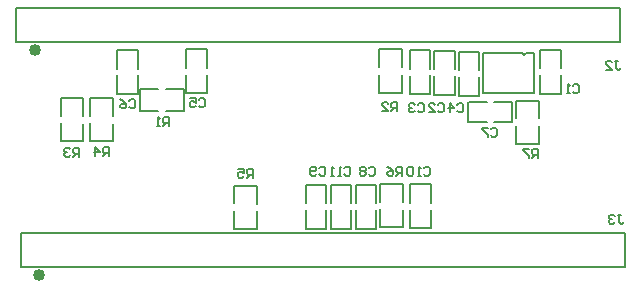
<source format=gbo>
G04*
G04 #@! TF.GenerationSoftware,Altium Limited,Altium Designer,20.0.13 (296)*
G04*
G04 Layer_Color=32896*
%FSLAX25Y25*%
%MOIN*%
G70*
G01*
G75*
%ADD10C,0.00787*%
%ADD12C,0.00500*%
%ADD14C,0.04000*%
%ADD17C,0.00600*%
D10*
X4701Y88800D02*
X205900Y88800D01*
X4701Y77300D02*
Y88800D01*
X205900Y77300D02*
Y88800D01*
X4701Y77300D02*
X205900Y77300D01*
X6201Y2300D02*
X207400D01*
Y13800D01*
X6201Y2300D02*
X6201Y13800D01*
X207400Y13800D01*
D12*
X19429Y52875D02*
Y58775D01*
X27029Y52875D02*
Y58775D01*
X19429D02*
X27029D01*
Y44375D02*
Y50175D01*
X19429Y44375D02*
X27029D01*
X19429D02*
Y50375D01*
X29173Y52875D02*
Y58775D01*
X36773Y52875D02*
Y58775D01*
X29173D02*
X36773D01*
Y44375D02*
Y50175D01*
X29173Y44375D02*
X36773D01*
X29173D02*
Y50375D01*
X38332Y68458D02*
Y74758D01*
Y60158D02*
Y66358D01*
Y60084D02*
X45132D01*
Y60158D02*
Y66258D01*
Y68558D02*
Y74758D01*
X38332Y74758D02*
X45132Y74758D01*
X54548Y61870D02*
X60448D01*
X54548Y54271D02*
X60448D01*
Y61870D01*
X46048Y54271D02*
X51848D01*
X46048D02*
Y61871D01*
X52048D01*
X61265Y68655D02*
Y74955D01*
Y60355D02*
Y66555D01*
Y60281D02*
X68065D01*
Y60355D02*
Y66455D01*
Y68755D02*
Y74955D01*
X61265Y74955D02*
X68065Y74955D01*
X84800Y15100D02*
Y21000D01*
X77200Y15100D02*
Y21000D01*
Y15100D02*
X84800Y15100D01*
X77200Y23700D02*
X77200Y29500D01*
X84800D01*
Y23500D02*
Y29500D01*
X160384Y60575D02*
Y73875D01*
X173173D01*
X177215Y60575D02*
Y73875D01*
X160384Y60575D02*
X177215D01*
X173844Y73204D02*
X174514Y73875D01*
X177215D01*
X173173D02*
X173844Y73204D01*
X133229Y60537D02*
Y66438D01*
X125629Y60537D02*
Y66438D01*
Y60537D02*
X133229D01*
X125629Y69138D02*
Y74937D01*
X133229D01*
Y68937D02*
Y74937D01*
X142672Y59986D02*
Y66286D01*
Y68386D02*
Y74586D01*
X135872Y74660D02*
X142672D01*
X135872Y68486D02*
Y74586D01*
Y59986D02*
Y66186D01*
Y59986D02*
X142672Y59986D01*
X150743Y59888D02*
Y66188D01*
Y68288D02*
Y74488D01*
X143943Y74562D02*
X150743D01*
X143943Y68388D02*
Y74488D01*
Y59888D02*
Y66088D01*
Y59888D02*
X150743Y59888D01*
X159000Y59563D02*
Y65863D01*
Y67963D02*
Y74163D01*
X152200Y74237D02*
X159000D01*
X152200Y68063D02*
Y74163D01*
Y59563D02*
Y65763D01*
Y59563D02*
X159000Y59563D01*
X163737Y57500D02*
X170037D01*
X155437D02*
X161637D01*
X155363Y50700D02*
Y57500D01*
X155437Y50700D02*
X161537D01*
X163837D02*
X170037D01*
X170037Y57500D01*
X171200Y52000D02*
Y57900D01*
X178800Y52000D02*
Y57900D01*
X171200D02*
X178800D01*
Y43500D02*
Y49300D01*
X171200Y43500D02*
X178800D01*
X171200D02*
Y49500D01*
X186176Y60183D02*
Y66483D01*
Y68583D02*
Y74783D01*
X179376Y74857D02*
X186176D01*
X179376Y68683D02*
Y74783D01*
Y60183D02*
Y66383D01*
Y60183D02*
X186176Y60183D01*
X126044Y15596D02*
Y21596D01*
Y15596D02*
X133644D01*
Y21396D01*
X126044Y29996D02*
X133644D01*
Y24096D02*
Y29996D01*
X126044Y24096D02*
Y29996D01*
X101200Y15226D02*
X108000Y15226D01*
X101200Y15226D02*
Y21426D01*
Y23726D02*
Y29826D01*
Y29900D02*
X108000D01*
Y23626D02*
Y29826D01*
Y15226D02*
Y21526D01*
X109500Y15226D02*
X116300Y15226D01*
X109500Y15226D02*
Y21426D01*
Y23726D02*
Y29826D01*
Y29900D02*
X116300D01*
Y23626D02*
Y29826D01*
Y15226D02*
Y21526D01*
X136000Y15263D02*
X142800Y15263D01*
X136000Y15263D02*
Y21463D01*
Y23763D02*
Y29863D01*
Y29937D02*
X142800D01*
Y23663D02*
Y29863D01*
Y15263D02*
Y21563D01*
X117800Y15226D02*
X124600Y15226D01*
X117800Y15226D02*
Y21426D01*
Y23726D02*
Y29826D01*
Y29900D02*
X124600D01*
Y23626D02*
Y29826D01*
Y15226D02*
Y21526D01*
D14*
X10742Y74700D02*
D03*
X12242Y-300D02*
D03*
D17*
X25699Y39101D02*
Y42099D01*
X24200D01*
X23700Y41600D01*
Y40600D01*
X24200Y40100D01*
X25699D01*
X24700D02*
X23700Y39101D01*
X22700Y41600D02*
X22200Y42099D01*
X21201D01*
X20701Y41600D01*
Y41100D01*
X21201Y40600D01*
X21700D01*
X21201D01*
X20701Y40100D01*
Y39600D01*
X21201Y39101D01*
X22200D01*
X22700Y39600D01*
X35399Y39401D02*
Y42399D01*
X33900D01*
X33400Y41900D01*
Y40900D01*
X33900Y40400D01*
X35399D01*
X34400D02*
X33400Y39401D01*
X30901D02*
Y42399D01*
X32400Y40900D01*
X30401D01*
X42300Y57900D02*
X42800Y58399D01*
X43799D01*
X44299Y57900D01*
Y55900D01*
X43799Y55401D01*
X42800D01*
X42300Y55900D01*
X39301Y58399D02*
X40301Y57900D01*
X41300Y56900D01*
Y55900D01*
X40800Y55401D01*
X39801D01*
X39301Y55900D01*
Y56400D01*
X39801Y56900D01*
X41300D01*
X55399Y49400D02*
Y52399D01*
X53900D01*
X53400Y51900D01*
Y50900D01*
X53900Y50400D01*
X55399D01*
X54400D02*
X53400Y49400D01*
X52400D02*
X51401D01*
X51901D01*
Y52399D01*
X52400Y51900D01*
X65400Y58200D02*
X65900Y58700D01*
X66899D01*
X67399Y58200D01*
Y56200D01*
X66899Y55700D01*
X65900D01*
X65400Y56200D01*
X62401Y58700D02*
X64400D01*
Y57200D01*
X63401Y57700D01*
X62901D01*
X62401Y57200D01*
Y56200D01*
X62901Y55700D01*
X63900D01*
X64400Y56200D01*
X83399Y32100D02*
Y35100D01*
X81900D01*
X81400Y34600D01*
Y33600D01*
X81900Y33100D01*
X83399D01*
X82399D02*
X81400Y32100D01*
X78401Y35100D02*
X80400D01*
Y33600D01*
X79400Y34100D01*
X78901D01*
X78401Y33600D01*
Y32600D01*
X78901Y32100D01*
X79900D01*
X80400Y32600D01*
X131699Y54300D02*
Y57300D01*
X130200D01*
X129700Y56800D01*
Y55800D01*
X130200Y55300D01*
X131699D01*
X130700D02*
X129700Y54300D01*
X126701D02*
X128700D01*
X126701Y56300D01*
Y56800D01*
X127201Y57300D01*
X128200D01*
X128700Y56800D01*
X138400Y56500D02*
X138900Y56999D01*
X139899D01*
X140399Y56500D01*
Y54500D01*
X139899Y54001D01*
X138900D01*
X138400Y54500D01*
X137400Y56500D02*
X136900Y56999D01*
X135901D01*
X135401Y56500D01*
Y56000D01*
X135901Y55500D01*
X136400D01*
X135901D01*
X135401Y55000D01*
Y54500D01*
X135901Y54001D01*
X136900D01*
X137400Y54500D01*
X145100Y56500D02*
X145600Y56999D01*
X146599D01*
X147099Y56500D01*
Y54500D01*
X146599Y54001D01*
X145600D01*
X145100Y54500D01*
X142101Y54001D02*
X144100D01*
X142101Y56000D01*
Y56500D01*
X142601Y56999D01*
X143600D01*
X144100Y56500D01*
X151700D02*
X152200Y56999D01*
X153199D01*
X153699Y56500D01*
Y54500D01*
X153199Y54001D01*
X152200D01*
X151700Y54500D01*
X149201Y54001D02*
Y56999D01*
X150700Y55500D01*
X148701D01*
X162800Y48400D02*
X163300Y48899D01*
X164299D01*
X164799Y48400D01*
Y46400D01*
X164299Y45900D01*
X163300D01*
X162800Y46400D01*
X161800Y48899D02*
X159801D01*
Y48400D01*
X161800Y46400D01*
Y45900D01*
X178499Y38800D02*
Y41800D01*
X177000D01*
X176500Y41300D01*
Y40300D01*
X177000Y39800D01*
X178499D01*
X177499D02*
X176500Y38800D01*
X175500Y41800D02*
X173501D01*
Y41300D01*
X175500Y39300D01*
Y38800D01*
X190100Y62800D02*
X190600Y63300D01*
X191600D01*
X192099Y62800D01*
Y60800D01*
X191600Y60300D01*
X190600D01*
X190100Y60800D01*
X189100Y60300D02*
X188101D01*
X188601D01*
Y63300D01*
X189100Y62800D01*
X204100Y71100D02*
X205100D01*
X204600D01*
Y68600D01*
X205100Y68101D01*
X205599D01*
X206099Y68600D01*
X201101Y68101D02*
X203100D01*
X201101Y70100D01*
Y70600D01*
X201601Y71100D01*
X202600D01*
X203100Y70600D01*
X133300Y32800D02*
Y35799D01*
X131800D01*
X131301Y35299D01*
Y34299D01*
X131800Y33800D01*
X133300D01*
X132300D02*
X131301Y32800D01*
X128302Y35799D02*
X129301Y35299D01*
X130301Y34299D01*
Y33300D01*
X129801Y32800D01*
X128801D01*
X128302Y33300D01*
Y33800D01*
X128801Y34299D01*
X130301D01*
X205201Y19799D02*
X206200D01*
X205700D01*
Y17300D01*
X206200Y16800D01*
X206700D01*
X207200Y17300D01*
X204201Y19299D02*
X203701Y19799D01*
X202701D01*
X202202Y19299D01*
Y18799D01*
X202701Y18300D01*
X203201D01*
X202701D01*
X202202Y17800D01*
Y17300D01*
X202701Y16800D01*
X203701D01*
X204201Y17300D01*
X113901Y35299D02*
X114400Y35799D01*
X115400D01*
X115900Y35299D01*
Y33300D01*
X115400Y32800D01*
X114400D01*
X113901Y33300D01*
X112901Y32800D02*
X111901D01*
X112401D01*
Y35799D01*
X112901Y35299D01*
X110402Y32800D02*
X109402D01*
X109902D01*
Y35799D01*
X110402Y35299D01*
X140501D02*
X141000Y35799D01*
X142000D01*
X142500Y35299D01*
Y33300D01*
X142000Y32800D01*
X141000D01*
X140501Y33300D01*
X139501Y32800D02*
X138501D01*
X139001D01*
Y35799D01*
X139501Y35299D01*
X137002D02*
X136502Y35799D01*
X135502D01*
X135002Y35299D01*
Y33300D01*
X135502Y32800D01*
X136502D01*
X137002Y33300D01*
Y35299D01*
X105601D02*
X106100Y35799D01*
X107100D01*
X107600Y35299D01*
Y33300D01*
X107100Y32800D01*
X106100D01*
X105601Y33300D01*
X104601D02*
X104101Y32800D01*
X103101D01*
X102602Y33300D01*
Y35299D01*
X103101Y35799D01*
X104101D01*
X104601Y35299D01*
Y34799D01*
X104101Y34299D01*
X102602D01*
X122201Y35299D02*
X122701Y35799D01*
X123700D01*
X124200Y35299D01*
Y33300D01*
X123700Y32800D01*
X122701D01*
X122201Y33300D01*
X121201Y35299D02*
X120701Y35799D01*
X119701D01*
X119202Y35299D01*
Y34799D01*
X119701Y34299D01*
X119202Y33800D01*
Y33300D01*
X119701Y32800D01*
X120701D01*
X121201Y33300D01*
Y33800D01*
X120701Y34299D01*
X121201Y34799D01*
Y35299D01*
X120701Y34299D02*
X119701D01*
M02*

</source>
